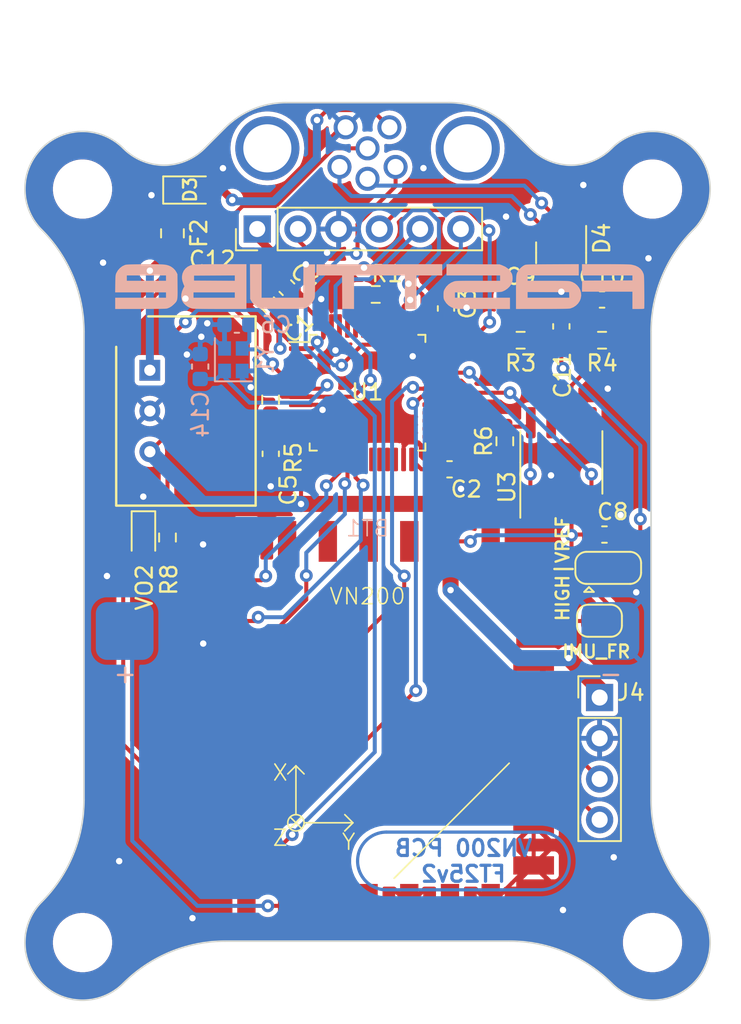
<source format=kicad_pcb>
(kicad_pcb
	(version 20240108)
	(generator "pcbnew")
	(generator_version "8.0")
	(general
		(thickness 1.6)
		(legacy_teardrops no)
	)
	(paper "A4")
	(layers
		(0 "F.Cu" signal)
		(31 "B.Cu" signal)
		(32 "B.Adhes" user "B.Adhesive")
		(33 "F.Adhes" user "F.Adhesive")
		(34 "B.Paste" user)
		(35 "F.Paste" user)
		(36 "B.SilkS" user "B.Silkscreen")
		(37 "F.SilkS" user "F.Silkscreen")
		(38 "B.Mask" user)
		(39 "F.Mask" user)
		(40 "Dwgs.User" user "User.Drawings")
		(41 "Cmts.User" user "User.Comments")
		(42 "Eco1.User" user "User.Eco1")
		(43 "Eco2.User" user "User.Eco2")
		(44 "Edge.Cuts" user)
		(45 "Margin" user)
		(46 "B.CrtYd" user "B.Courtyard")
		(47 "F.CrtYd" user "F.Courtyard")
		(48 "B.Fab" user)
		(49 "F.Fab" user)
		(50 "User.1" user)
		(51 "User.2" user)
		(52 "User.3" user)
		(53 "User.4" user)
		(54 "User.5" user)
		(55 "User.6" user)
		(56 "User.7" user)
		(57 "User.8" user)
		(58 "User.9" user)
	)
	(setup
		(pad_to_mask_clearance 0)
		(allow_soldermask_bridges_in_footprints no)
		(aux_axis_origin 142.24 63.5)
		(pcbplotparams
			(layerselection 0x00010fc_ffffffff)
			(plot_on_all_layers_selection 0x0000000_00000000)
			(disableapertmacros no)
			(usegerberextensions no)
			(usegerberattributes yes)
			(usegerberadvancedattributes yes)
			(creategerberjobfile no)
			(dashed_line_dash_ratio 12.000000)
			(dashed_line_gap_ratio 3.000000)
			(svgprecision 4)
			(plotframeref no)
			(viasonmask no)
			(mode 1)
			(useauxorigin yes)
			(hpglpennumber 1)
			(hpglpenspeed 20)
			(hpglpendiameter 15.000000)
			(pdf_front_fp_property_popups yes)
			(pdf_back_fp_property_popups yes)
			(dxfpolygonmode yes)
			(dxfimperialunits yes)
			(dxfusepcbnewfont yes)
			(psnegative no)
			(psa4output no)
			(plotreference yes)
			(plotvalue no)
			(plotfptext yes)
			(plotinvisibletext no)
			(sketchpadsonfab no)
			(subtractmaskfromsilk yes)
			(outputformat 1)
			(mirror no)
			(drillshape 0)
			(scaleselection 1)
			(outputdirectory "gerber/")
		)
	)
	(net 0 "")
	(net 1 "Net-(BT1-+)")
	(net 2 "GND")
	(net 3 "/CAN_H")
	(net 4 "/CAN_L")
	(net 5 "/Vref")
	(net 6 "/NRST")
	(net 7 "/SWCLK")
	(net 8 "/SWDIO")
	(net 9 "/SWO")
	(net 10 "Net-(JP1-A)")
	(net 11 "Net-(U1-BOOT0)")
	(net 12 "Net-(U3-Rs)")
	(net 13 "unconnected-(U1-PC13-Pad2)")
	(net 14 "unconnected-(U1-PC14-Pad3)")
	(net 15 "unconnected-(U1-PC15-Pad4)")
	(net 16 "Net-(U1-PF0)")
	(net 17 "Net-(U1-PF1)")
	(net 18 "unconnected-(U1-PA0-Pad10)")
	(net 19 "unconnected-(U1-PA1-Pad11)")
	(net 20 "unconnected-(U1-PA2-Pad12)")
	(net 21 "unconnected-(U1-PA3-Pad13)")
	(net 22 "unconnected-(U1-PA4-Pad14)")
	(net 23 "Net-(U1-PA5)")
	(net 24 "Net-(U1-PA6)")
	(net 25 "Net-(U1-PA7)")
	(net 26 "unconnected-(U1-PB0-Pad18)")
	(net 27 "unconnected-(U1-PB1-Pad19)")
	(net 28 "unconnected-(U1-PB2-Pad20)")
	(net 29 "unconnected-(U1-PB10-Pad21)")
	(net 30 "unconnected-(U1-PB11-Pad22)")
	(net 31 "unconnected-(U1-PB12-Pad25)")
	(net 32 "unconnected-(U1-PB13-Pad26)")
	(net 33 "unconnected-(U1-PB14-Pad27)")
	(net 34 "unconnected-(U1-PB15-Pad28)")
	(net 35 "unconnected-(U1-PA8-Pad29)")
	(net 36 "Net-(U1-PA9)")
	(net 37 "Net-(U1-PA10)")
	(net 38 "/CAN_RX")
	(net 39 "/CAN_TX")
	(net 40 "unconnected-(U1-PB3-Pad39)")
	(net 41 "unconnected-(U1-PB4-Pad40)")
	(net 42 "unconnected-(U1-PB5-Pad41)")
	(net 43 "unconnected-(U1-PB6-Pad42)")
	(net 44 "unconnected-(U1-PB7-Pad43)")
	(net 45 "unconnected-(U1-PB8-Pad45)")
	(net 46 "unconnected-(U1-PB9-Pad46)")
	(net 47 "/UART IN")
	(net 48 "/UART OUT")
	(net 49 "unconnected-(VN200-SYNC_OUT-Pad9)")
	(net 50 "unconnected-(VN200-ENABLE-Pad11)")
	(net 51 "unconnected-(VN200-TX1-Pad12)")
	(net 52 "unconnected-(VN200-RX2-Pad13)")
	(net 53 "/PPS")
	(net 54 "/SYNC")
	(net 55 "Net-(JP3-C)")
	(net 56 "Net-(D3-K)")
	(net 57 "Net-(U2-VIN)")
	(net 58 "+24V")
	(net 59 "Net-(VO2-A)")
	(net 60 "+3V3")
	(footprint "Connector_PinHeader_2.54mm:PinHeader_1x06_P2.54mm_Vertical" (layer "F.Cu") (at 153.139884 65.991173 90))
	(footprint "Capacitor_SMD:C_0603_1608Metric_Pad1.08x0.95mm_HandSolder" (layer "F.Cu") (at 150.589237 69.228882 180))
	(footprint "Connector_PinHeader_2.54mm:PinHeader_1x04_P2.54mm_Vertical" (layer "F.Cu") (at 174.5 95.21))
	(footprint "Fuse:Fuse_0805_2012Metric" (layer "F.Cu") (at 147.85 66.26 -90))
	(footprint (layer "F.Cu") (at 142.870464 98.683346))
	(footprint "MountingHole:MountingHole_3.2mm_M3" (layer "F.Cu") (at 177.8 110.49))
	(footprint "Connector_Phoenix_SACC:DSI-M8MS_6CON_M8_L90" (layer "F.Cu") (at 160.02 60.96))
	(footprint "Capacitor_SMD:C_0603_1608Metric_Pad1.08x0.95mm_HandSolder" (layer "F.Cu") (at 164.91528 70.946038 90))
	(footprint "IMU:VN-200" (layer "F.Cu") (at 160.02 99.06))
	(footprint "MountingHole:MountingHole_3.2mm_M3" (layer "F.Cu") (at 142.24 63.5))
	(footprint (layer "F.Cu") (at 142.933229 74.883437))
	(footprint "Package_SO:SOIC-8_3.9x4.9mm_P1.27mm" (layer "F.Cu") (at 172.111047 80.546455 90))
	(footprint "Capacitor_SMD:C_0603_1608Metric_Pad1.08x0.95mm_HandSolder" (layer "F.Cu") (at 172.111047 72.063955 90))
	(footprint "Capacitor_SMD:C_0603_1608Metric_Pad1.08x0.95mm_HandSolder" (layer "F.Cu") (at 165.137528 80.976106))
	(footprint "Capacitor_SMD:C_0603_1608Metric_Pad1.08x0.95mm_HandSolder" (layer "F.Cu") (at 154.99 69.65 135))
	(footprint "Capacitor_SMD:C_0603_1608Metric_Pad1.08x0.95mm_HandSolder" (layer "F.Cu") (at 174.651047 70.386455))
	(footprint "Capacitor_SMD:C_0603_1608Metric_Pad1.08x0.95mm_HandSolder" (layer "F.Cu") (at 153.91633 70.717102 135))
	(footprint "LED_SMD:LED_0603_1608Metric_Pad1.05x0.95mm_HandSolder" (layer "F.Cu") (at 146.04 85.2525 -90))
	(footprint "Jumper:SolderJumper-2_P1.3mm_Open_RoundedPad1.0x1.5mm" (layer "F.Cu") (at 174.49 90.42))
	(footprint "MountingHole:MountingHole_3.2mm_M3" (layer "F.Cu") (at 177.8 63.5))
	(footprint (layer "F.Cu") (at 177.2 75))
	(footprint "Capacitor_SMD:C_0603_1608Metric_Pad1.08x0.95mm_HandSolder" (layer "F.Cu") (at 174.801126 85.044043))
	(footprint "Package_QFP:LQFP-48_7x7mm_P0.5mm" (layer "F.Cu") (at 160.02 76.2))
	(footprint "Resistor_SMD:R_0603_1608Metric_Pad0.98x0.95mm_HandSolder" (layer "F.Cu") (at 160.530628 70.070622 180))
	(footprint "Capacitor_SMD:C_0603_1608Metric_Pad1.08x0.95mm_HandSolder" (layer "F.Cu") (at 169.571047 70.386455))
	(footprint "IMU:Shielding Pad" (layer "F.Cu") (at 177.2 99.2))
	(footprint "Diode_SMD:D_SOD-323" (layer "F.Cu") (at 148.8825 63.56))
	(footprint "Resistor_SMD:R_0603_1608Metric_Pad0.98x0.95mm_HandSolder" (layer "F.Cu") (at 153.972571 76.627918 90))
	(footprint "Capacitor_SMD:C_0603_1608Metric_Pad1.08x0.95mm_HandSolder" (layer "F.Cu") (at 153.981722 80.01 -90))
	(footprint "Package_TO_SOT_SMD:SOT-23" (layer "F.Cu") (at 172.097587 67.472584 -90))
	(footprint "Resistor_SMD:R_0603_1608Metric_Pad0.98x0.95mm_HandSolder" (layer "F.Cu") (at 174.651047 72.926455 180))
	(footprint "Resistor_SMD:R_0603_1608Metric_Pad0.98x0.95mm_HandSolder" (layer "F.Cu") (at 168.585307 79.227229 90))
	(footprint "FaSTTUBe_Voltage_Regulators:MagI3C-FDSM-SIP-3" (layer "F.Cu") (at 148.922 77.34 -90))
	(footprint "Resistor_SMD:R_0603_1608Metric_Pad0.98x0.95mm_HandSolder" (layer "F.Cu") (at 169.571047 72.926455 180))
	(footprint "Resistor_SMD:R_0603_1608Metric_Pad0.98x0.95mm_HandSolder" (layer "F.Cu") (at 147.54 85.23 -90))
	(footprint "MountingHole:MountingHole_3.2mm_M3" (layer "F.Cu") (at 142.24 110.49))
	(footprint "Jumper:SolderJumper-3_P1.3mm_Open_RoundedPad1.0x1.5mm" (layer "F.Cu") (at 175.036 87.122))
	(footprint "LOGO" (layer "B.Cu") (at 160.785352 69.548122 180))
	(footprint "IMU:WA-BCPH Battery Holder" (layer "B.Cu") (at 160.02 91.06 180))
	(footprint "Capacitor_SMD:C_0603_1608Metric"
		(layer "B.Cu")
		(uuid "9fe9da03-bca6-48e3-bb17-7f0673cc8658")
		(at 151.87 71.95)
		(descr "Capacitor SMD 0603 (1608 Metric), square (rectangular) end terminal, IPC_7351 nominal, (Body size source: IPC-SM-782 page 76, https://www.pcb-3d.com/wordpress/wp-content/uploads/ipc-sm-782a_amendment_1_and_2.pdf), generated with kicad-footprint-generator")
		(tags "capacitor")
		(property "Reference" "C6"
			(at 2.43 0.01 0)
			(layer "B.SilkS")
			(uuid "3ec67efa-3289-4bc6-9c93-2ac15735c334")
			(effects
				(font
					(size 1 1)
					(thickness 0.15)
				)
				(justify mirror)
			)
		)
		(property "Value" "6p"
			(at 0 -1.43 0)
			(layer "B.Fab")
			(uuid "f1bb3116-545a-41f7-845f-41877b08d300")
			(effects
				(font
					(size 1 1)
					(thickness 0.15)
				)
				(justify mirror)
			)
		)
		(property "Footprint" "Capacitor_SMD:C_0603_1608Metric"
			(at 0 0 180)
			(unlocked yes)
			(layer "B.Fab")
			(hide yes)
			(uuid "5f03f833-99a4-4f2d-ba50-6bd624a4d8c5")
			(effects
				(font
					(size 1.27 1.27)
					(thickness 0.15)
				)
				(justify mirror)
			)
		)
		(property "Datasheet" ""
			(at 0 0 180)
			(unlocked yes)
			(layer "B.Fab")
			(hide yes)
			(uuid "bf34d716-070a-416a-be64-6e3f45324745")
			(effects
				(font
					(size 1.27 1.27)
					(thickness 0.15)
				)
				(justify mirror)
			)
		)
		(property "Description" ""
			(at 0 0 180)
			(unlocked yes)
			(layer "B.Fab")
			(hide yes)
			(uuid "c6b54338-e556-407a-bb03-8781784a488c")
			(effects
				(font
					(size 1.27 1.27)
					(thickness 0.15)
				)
				(justify mirror)
			)
		)
		(property "LCSC" "C1549"
			(at 0 0 180)
			(unlocked yes)
			(layer "B.Fab")
			(hide yes)
			(uuid "b35381ee-36cb-492f-aced-9cc9b35f8f53")
			(effects
				(font
					(size 1 1)
					(thickness 0.15)
				)
				(justify mirror)
			)
		)
		(property ki_fp_filters "C_*")
		(path "/ec31059d-0490-45ee-a136-e1402df21ec1")
		(sheetname "Root")
		(sheetfile "IMU.kicad_sch")
		(attr smd)
		(fp_line
			(start 0.14058 -0.51)
			(end -0.14058 -0.51)
			(stroke
				(width 0.12)
				(type solid)
			)
			(layer "B.SilkS")
			(uuid "763824c3-00a4-4b41-998b-1f9a18fab94c")
		)
		(fp_line
			(start 0.14058 0.51)
			(end -0.14058 0.51)
			(stroke
				(width 0.12)
				(type solid)
			)
			(layer "B.SilkS")
			(uuid "4faa2fb9-556e-486e-8119-07258ef48f1f")
		)
		(fp_line
			(start -1.48 -0.73)
			(end 1.48 -0.73)
			(stroke
				(width 0.05)
				(type solid)
			)
			(layer "B.CrtYd")
			(uuid "d7f2e7e3-1016-4082-ab41-46812f8b4d34")
		)
		(fp_line
			(start -1.48 0.73)
			(end -1.48 -0.73)
			(stroke
				(width 0.05)
				(type solid)
			)
			(layer "B.CrtYd")
			(uuid "b3e41d32-dfc9-4a08-bf69-969987557c48")
		)
		(fp_line
			(start 1.48 -0.73)
			(end 1.48 0.73)
			(stroke
				(width 0.05)
				(type solid)
			)
			(layer "B.CrtYd")
			(uuid "ca462e24-17b1-4cb9-be68-c03f150efa4f")
		)
		(fp_line
			(start 1.48 0.73)
			(end -1.48 0.73)
			(stroke
				(width 0.05)
				(type solid)
			)
			(layer "B.CrtYd")
			(uuid "f977f998-7a7c-4261-a35c-d4ba0ff33ea9")
		)
		(fp_line
			(start -0.8 -0.4)
			(end 0.8 -0.4)
			(stroke
				(width 0.1)
				(type solid)
			)
			(layer "B.Fab")
			(uuid "f3d51fa0-26c7-4e51-a40c-e7225b0715a9")
		)
		(fp_line
			(start -0.8 0.4)
			(end -0.8 -0.4)
			(stroke
				(width 0.1)
				(type solid)
			)
			(layer "B.Fab")
			(uuid "14e37ec8-a069-49f5-a8fb-f41a53b9a1bd")
		)
		(fp_line
			(start 0.8 -0.4)
			(end 0.8 0.4)
			(stroke
				(width 0.1)
				(type solid)
			)
			(layer "B.Fab")
			(uuid "80ff260e-723f-459e-8d62-e598f57a7833")
		)
		(fp_line
			(start 0.8 0.4)
			(end -0.8 0.4)
			(stroke
				(width 0.1)
				(type solid)
			)
			(layer "B.Fab")
			(uuid "dfea13e9-0411-464d-bd75-9b3a0ddf69a7")
		)
		(fp_text user "${REFERENCE}"
			(at 0 0 0)
			(layer "B.Fab")
			(uuid "b5bf3f5c-eafc-4292-bb0e-7d24c53e0788")
			(effects
				(font
					(size 0.4 0.4)
					(thickness 0.06)
				)
				(justify mirror)
			)
		)
		(pad "1" smd roundrect
			(at -0.775 0)
			(size 0.9 0.95)
			(layers "B.Cu" "B.Paste" "B.Mask")
			(roundrect_rratio 0.25)
			(net 2 "GND")
			(pintype "passive")
			(uuid "b7abf587-7293-4c83-bef6-88b0587eebcd")
		)
		(pad "2" smd roundrect
			(at 0.775 0)
			(size 0.9 0.95)
			(layers "B.Cu" "B.Paste" "B.Mask")
			(roundrect_rratio 0.25)
			(net 16 "Net-(U1-PF0)")
			(pintype "passive")
			(uuid "1beb0d33-fb79-4d6b-95e8-2ea160b46ca0")
		)
	
... [345864 chars truncated]
</source>
